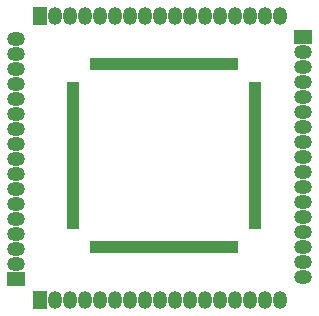
<source format=gbr>
G04 DipTrace 3.3.1.3*
G04 BottomMask.gbr*
%MOMM*%
G04 #@! TF.FileFunction,Soldermask,Bot*
G04 #@! TF.Part,Single*
%ADD44R,1.10015X0.50015*%
%ADD46R,0.50015X1.10015*%
%ADD52O,1.20015X1.50015*%
%ADD54R,1.20015X1.50015*%
%ADD56O,1.50015X1.20015*%
%ADD58R,1.50015X1.20015*%
%FSLAX35Y35*%
G04*
G71*
G90*
G75*
G01*
G04 BotMask*
%LPD*%
D58*
X1124998Y1299998D3*
D56*
Y1426998D3*
Y1553998D3*
Y1680998D3*
Y1807998D3*
Y1934998D3*
Y2061998D3*
Y2188998D3*
Y2315998D3*
Y2442998D3*
Y2569998D3*
Y2696998D3*
Y2823998D3*
Y2950998D3*
Y3077998D3*
Y3204998D3*
Y3331998D3*
D58*
X3549998Y3349998D3*
D56*
Y3222998D3*
Y3095998D3*
Y2968998D3*
Y2841998D3*
Y2714998D3*
Y2587998D3*
Y2460998D3*
Y2333998D3*
Y2206998D3*
Y2079998D3*
Y1952998D3*
Y1825998D3*
Y1698998D3*
Y1571998D3*
Y1444998D3*
Y1317998D3*
D54*
X1324998Y3524998D3*
D52*
X1451998D3*
X1578998D3*
X1705998D3*
X1832998D3*
X1959998D3*
X2086998D3*
X2213998D3*
X2340998D3*
X2467998D3*
X2594998D3*
X2721998D3*
X2848998D3*
X2975998D3*
X3102998D3*
X3229998D3*
X3356998D3*
D54*
X1324998Y1124998D3*
D52*
X1451998D3*
X1578998D3*
X1705998D3*
X1832998D3*
X1959998D3*
X2086998D3*
X2213998D3*
X2340998D3*
X2467998D3*
X2594998D3*
X2721998D3*
X2848998D3*
X2975998D3*
X3102998D3*
X3229998D3*
X3356998D3*
D46*
X1774998Y3115998D3*
X1824998D3*
X1874998D3*
X1924998D3*
X1974998D3*
X2024998D3*
X2074998D3*
X2124998D3*
X2174998D3*
X2224998D3*
X2274998D3*
X2324998D3*
X2374998D3*
X2424998D3*
X2474998D3*
X2524998D3*
X2574998D3*
X2624998D3*
X2674998D3*
X2724998D3*
X2774998D3*
X2824998D3*
X2874998D3*
X2924998D3*
X2974998D3*
D44*
X3146998Y2943998D3*
Y2893998D3*
Y2843998D3*
Y2793998D3*
Y2743998D3*
Y2693998D3*
Y2643998D3*
Y2593998D3*
Y2543998D3*
Y2493998D3*
Y2443998D3*
Y2393998D3*
Y2343998D3*
Y2293998D3*
Y2243998D3*
Y2193998D3*
Y2143998D3*
Y2093998D3*
Y2043998D3*
Y1993998D3*
Y1943998D3*
Y1893998D3*
Y1843998D3*
Y1793998D3*
Y1743998D3*
D46*
X2974998Y1571998D3*
X2924998D3*
X2874998D3*
X2824998D3*
X2774998D3*
X2724998D3*
X2674998D3*
X2624998D3*
X2574998D3*
X2524998D3*
X2474998D3*
X2424998D3*
X2374998D3*
X2324998D3*
X2274998D3*
X2224998D3*
X2174998D3*
X2124998D3*
X2074998D3*
X2024998D3*
X1974998D3*
X1924998D3*
X1874998D3*
X1824998D3*
X1774998D3*
D44*
X1602998Y1743998D3*
Y1793998D3*
Y1843998D3*
Y1893998D3*
Y1943998D3*
Y1993998D3*
Y2043998D3*
Y2093998D3*
Y2143998D3*
Y2193998D3*
Y2243998D3*
Y2293998D3*
Y2343998D3*
Y2393998D3*
Y2443998D3*
Y2493998D3*
Y2543998D3*
Y2593998D3*
Y2643998D3*
Y2693998D3*
Y2743998D3*
Y2793998D3*
Y2843998D3*
Y2893998D3*
Y2943998D3*
M02*

</source>
